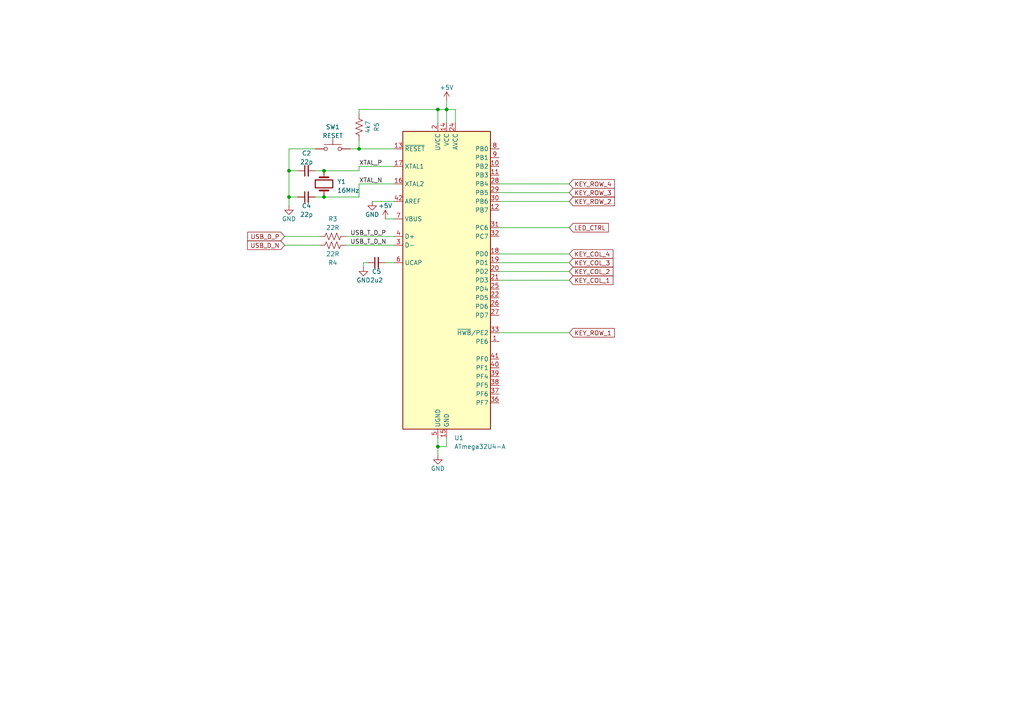
<source format=kicad_sch>
(kicad_sch (version 20250114) (generator "eeschema") (generator_version "9.0")
  (paper "A4")
  (lib_symbols
    (symbol "Device:C_Small" (pin_numbers (hide yes)) (pin_names (offset 0.254) (hide yes))
      (property "Reference" "C" (at 0.254 1.778 0))
      (property "Value" "C_Small" (at 0.254 -2.032 0))
      (symbol "C_Small_0_1"
        (polyline (pts (xy -1.524 0.508) (xy 1.524 0.508)) (stroke (width 0.3048)))
        (polyline (pts (xy -1.524 -0.508) (xy 1.524 -0.508)) (stroke (width 0.3302)))
      )
      (symbol "C_Small_1_1"
        (pin passive line (at 0 2.54 270) (length 2.032) (name "~") (number "1"))
        (pin passive line (at 0 -2.54 90) (length 2.032) (name "~") (number "2"))
      )
    )
    (symbol "Device:Crystal" (pin_numbers (hide yes)) (pin_names (offset 1.016) (hide yes))
      (property "Reference" "Y" (at 0 3.81 0))
      (property "Value" "Crystal" (at 0 -3.81 0))
      (symbol "Crystal_0_1"
        (polyline (pts (xy -2.54 0) (xy -1.905 0)))
        (polyline (pts (xy -1.905 -1.27) (xy -1.905 1.27)) (stroke (width 0.508)))
        (rectangle (start -1.143 2.54) (end 1.143 -2.54) (stroke (width 0.3048)))
        (polyline (pts (xy 1.905 -1.27) (xy 1.905 1.27)) (stroke (width 0.508)))
        (polyline (pts (xy 2.54 0) (xy 1.905 0)))
      )
      (symbol "Crystal_1_1"
        (pin passive line (at -3.81 0 0) (length 1.27) (name "1") (number "1"))
        (pin passive line (at 3.81 0 180) (length 1.27) (name "2") (number "2"))
      )
    )
    (symbol "Device:R_US" (pin_numbers (hide yes)) (pin_names (offset 0))
      (property "Reference" "R" (at 2.54 0 90))
      (property "Value" "R_US" (at -2.54 0 90))
      (symbol "R_US_0_1"
        (polyline (pts (xy 0 2.286) (xy 0 2.54)))
        (polyline (pts (xy 0 2.286) (xy 1.016 1.905) (xy 0 1.524) (xy -1.016 1.143) (xy 0 0.762)))
        (polyline (pts (xy 0 0.762) (xy 1.016 0.381) (xy 0 0) (xy -1.016 -0.381) (xy 0 -0.762)))
        (polyline (pts (xy 0 -0.762) (xy 1.016 -1.143) (xy 0 -1.524) (xy -1.016 -1.905) (xy 0 -2.286)))
        (polyline (pts (xy 0 -2.286) (xy 0 -2.54)))
      )
      (symbol "R_US_1_1"
        (pin passive line (at 0 3.81 270) (length 1.27) (name "~") (number "1"))
        (pin passive line (at 0 -3.81 90) (length 1.27) (name "~") (number "2"))
      )
    )
    (symbol "MCU_Microchip_ATmega:ATmega32U4-A"
      (property "Reference" "U" (at -12.7 44.45 0))
      (property "Value" "ATmega32U4-A" (at 2.54 -44.45 0))
      (symbol "ATmega32U4-A_0_1"
        (rectangle (start -12.7 -43.18) (end 12.7 43.18) (stroke (width 0.254)) (fill (type background)))
      )
      (symbol "ATmega32U4-A_1_1"
        (pin input line (at -15.24 38.1 0) (length 2.54) (name "~{RESET}") (number "13"))
        (pin input line (at -15.24 33.02 0) (length 2.54) (name "XTAL1") (number "17"))
        (pin output line (at -15.24 27.94 0) (length 2.54) (name "XTAL2") (number "16"))
        (pin passive line (at -15.24 22.86 0) (length 2.54) (name "AREF") (number "42"))
        (pin input line (at -15.24 17.78 0) (length 2.54) (name "VBUS") (number "7"))
        (pin bidirectional line (at -15.24 12.7 0) (length 2.54) (name "D+") (number "4"))
        (pin bidirectional line (at -15.24 10.16 0) (length 2.54) (name "D-") (number "3"))
        (pin passive line (at -15.24 5.08 0) (length 2.54) (name "UCAP") (number "6"))
        (pin power_in line (at -2.54 45.72 270) (length 2.54) (name "UVCC") (number "2"))
        (pin passive line (at -2.54 -45.72 90) (length 2.54) (name "UGND") (number "5"))
        (pin power_in line (at 0 45.72 270) (length 2.54) (name "VCC") (number "14"))
        (pin passive line (at 0 45.72 270) (length 2.54) (hide yes) (name "VCC") (number "34"))
        (pin power_in line (at 0 -45.72 90) (length 2.54) (name "GND") (number "15"))
        (pin passive line (at 0 -45.72 90) (length 2.54) (hide yes) (name "GND") (number "23"))
        (pin passive line (at 0 -45.72 90) (length 2.54) (hide yes) (name "GND") (number "35"))
        (pin passive line (at 0 -45.72 90) (length 2.54) (hide yes) (name "GND") (number "43"))
        (pin power_in line (at 2.54 45.72 270) (length 2.54) (name "AVCC") (number "24"))
        (pin passive line (at 2.54 45.72 270) (length 2.54) (hide yes) (name "AVCC") (number "44"))
        (pin bidirectional line (at 15.24 38.1 180) (length 2.54) (name "PB0") (number "8"))
        (pin bidirectional line (at 15.24 35.56 180) (length 2.54) (name "PB1") (number "9"))
        (pin bidirectional line (at 15.24 33.02 180) (length 2.54) (name "PB2") (number "10"))
        (pin bidirectional line (at 15.24 30.48 180) (length 2.54) (name "PB3") (number "11"))
        (pin bidirectional line (at 15.24 27.94 180) (length 2.54) (name "PB4") (number "28"))
        (pin bidirectional line (at 15.24 25.4 180) (length 2.54) (name "PB5") (number "29"))
        (pin bidirectional line (at 15.24 22.86 180) (length 2.54) (name "PB6") (number "30"))
        (pin bidirectional line (at 15.24 20.32 180) (length 2.54) (name "PB7") (number "12"))
        (pin bidirectional line (at 15.24 15.24 180) (length 2.54) (name "PC6") (number "31"))
        (pin bidirectional line (at 15.24 12.7 180) (length 2.54) (name "PC7") (number "32"))
        (pin bidirectional line (at 15.24 7.62 180) (length 2.54) (name "PD0") (number "18"))
        (pin bidirectional line (at 15.24 5.08 180) (length 2.54) (name "PD1") (number "19"))
        (pin bidirectional line (at 15.24 2.54 180) (length 2.54) (name "PD2") (number "20"))
        (pin bidirectional line (at 15.24 0 180) (length 2.54) (name "PD3") (number "21"))
        (pin bidirectional line (at 15.24 -2.54 180) (length 2.54) (name "PD4") (number "25"))
        (pin bidirectional line (at 15.24 -5.08 180) (length 2.54) (name "PD5") (number "22"))
        (pin bidirectional line (at 15.24 -7.62 180) (length 2.54) (name "PD6") (number "26"))
        (pin bidirectional line (at 15.24 -10.16 180) (length 2.54) (name "PD7") (number "27"))
        (pin bidirectional line (at 15.24 -15.24 180) (length 2.54) (name "~{HWB}/PE2") (number "33"))
        (pin bidirectional line (at 15.24 -17.78 180) (length 2.54) (name "PE6") (number "1"))
        (pin bidirectional line (at 15.24 -22.86 180) (length 2.54) (name "PF0") (number "41"))
        (pin bidirectional line (at 15.24 -25.4 180) (length 2.54) (name "PF1") (number "40"))
        (pin bidirectional line (at 15.24 -27.94 180) (length 2.54) (name "PF4") (number "39"))
        (pin bidirectional line (at 15.24 -30.48 180) (length 2.54) (name "PF5") (number "38"))
        (pin bidirectional line (at 15.24 -33.02 180) (length 2.54) (name "PF6") (number "37"))
        (pin bidirectional line (at 15.24 -35.56 180) (length 2.54) (name "PF7") (number "36"))
      )
    )
    (symbol "Switch:SW_Push" (pin_numbers (hide yes)) (pin_names (offset 1.016) (hide yes))
      (property "Reference" "SW" (at 1.27 2.54 0))
      (property "Value" "SW_Push" (at 0 -1.524 0))
      (symbol "SW_Push_0_1"
        (circle (center -2.032 0) (radius 0.508))
        (polyline (pts (xy 0 1.27) (xy 0 3.048)))
        (circle (center 2.032 0) (radius 0.508))
        (polyline (pts (xy 2.54 1.27) (xy -2.54 1.27)))
        (pin passive line (at -5.08 0 0) (length 2.54) (name "1") (number "1"))
        (pin passive line (at 5.08 0 180) (length 2.54) (name "2") (number "2"))
      )
    )
    (symbol "power:+5V" (power) (pin_names (offset 0))
      (property "Value" "+5V" (at 0 3.556 0))
      (symbol "+5V_0_1"
        (polyline (pts (xy -0.762 1.27) (xy 0 2.54)))
        (polyline (pts (xy 0 2.54) (xy 0.762 1.27)))
        (polyline (pts (xy 0 0) (xy 0 2.54)))
      )
      (symbol "+5V_1_1"
        (pin power_in line (at 0 0 90) (length 0) (hide yes) (name "+5V") (number "1"))
      )
    )
    (symbol "power:GND" (power) (pin_names (offset 0))
      (property "Value" "GND" (at 0 -3.81 0))
      (symbol "GND_0_1"
        (polyline (pts (xy 0 0) (xy 0 -1.27) (xy 1.27 -1.27) (xy 0 -2.54) (xy -1.27 -1.27) (xy 0 -1.27)))
      )
      (symbol "GND_1_1"
        (pin power_in line (at 0 0 270) (length 0) (hide yes) (name "GND") (number "1"))
      )
    )
  )
  (junction (at 93.98 57.15))
  (junction (at 127 129.54))
  (junction (at 129.54 31.75))
  (junction (at 83.82 57.15))
  (junction (at 104.14 43.18))
  (junction (at 83.82 49.53))
  (junction (at 127 31.75))
  (junction (at 93.98 49.53))
  (wire (pts (xy 82.55 68.58) (xy 92.71 68.58)))
  (wire (pts (xy 83.82 43.18) (xy 91.44 43.18)))
  (wire (pts (xy 107.95 58.42) (xy 114.3 58.42)))
  (wire (pts (xy 144.78 58.42) (xy 165.1 58.42)))
  (wire (pts (xy 100.33 71.12) (xy 114.3 71.12)))
  (wire (pts (xy 104.14 33.02) (xy 104.14 31.75)))
  (wire (pts (xy 144.78 76.2) (xy 165.1 76.2)))
  (wire (pts (xy 93.98 57.15) (xy 104.14 57.15)))
  (wire (pts (xy 144.78 55.88) (xy 165.1 55.88)))
  (wire (pts (xy 91.44 49.53) (xy 93.98 49.53)))
  (wire (pts (xy 144.78 78.74) (xy 165.1 78.74)))
  (wire (pts (xy 127 127) (xy 127 129.54)))
  (wire (pts (xy 83.82 43.18) (xy 83.82 49.53)))
  (wire (pts (xy 111.76 63.5) (xy 114.3 63.5)))
  (wire (pts (xy 104.14 53.34) (xy 114.3 53.34)))
  (wire (pts (xy 144.78 73.66) (xy 165.1 73.66)))
  (wire (pts (xy 104.14 48.26) (xy 114.3 48.26)))
  (wire (pts (xy 100.33 68.58) (xy 114.3 68.58)))
  (wire (pts (xy 111.76 76.2) (xy 114.3 76.2)))
  (wire (pts (xy 91.44 57.15) (xy 93.98 57.15)))
  (wire (pts (xy 144.78 53.34) (xy 165.1 53.34)))
  (wire (pts (xy 127 31.75) (xy 127 35.56)))
  (wire (pts (xy 83.82 59.69) (xy 83.82 57.15)))
  (wire (pts (xy 129.54 127) (xy 129.54 129.54)))
  (wire (pts (xy 82.55 71.12) (xy 92.71 71.12)))
  (wire (pts (xy 144.78 81.28) (xy 165.1 81.28)))
  (wire (pts (xy 101.6 43.18) (xy 104.14 43.18)))
  (wire (pts (xy 83.82 57.15) (xy 86.36 57.15)))
  (wire (pts (xy 104.14 43.18) (xy 114.3 43.18)))
  (wire (pts (xy 129.54 31.75) (xy 127 31.75)))
  (wire (pts (xy 132.08 31.75) (xy 129.54 31.75)))
  (wire (pts (xy 127 129.54) (xy 127 132.08)))
  (wire (pts (xy 104.14 53.34) (xy 104.14 57.15)))
  (wire (pts (xy 144.78 66.04) (xy 165.1 66.04)))
  (wire (pts (xy 83.82 57.15) (xy 83.82 49.53)))
  (wire (pts (xy 132.08 35.56) (xy 132.08 31.75)))
  (wire (pts (xy 93.98 49.53) (xy 104.14 49.53)))
  (wire (pts (xy 106.68 76.2) (xy 105.41 76.2)))
  (wire (pts (xy 129.54 29.21) (xy 129.54 31.75)))
  (wire (pts (xy 129.54 35.56) (xy 129.54 31.75)))
  (wire (pts (xy 104.14 40.64) (xy 104.14 43.18)))
  (wire (pts (xy 127 129.54) (xy 129.54 129.54)))
  (wire (pts (xy 104.14 49.53) (xy 104.14 48.26)))
  (wire (pts (xy 105.41 76.2) (xy 105.41 77.47)))
  (wire (pts (xy 144.78 96.52) (xy 165.1 96.52)))
  (wire (pts (xy 104.14 31.75) (xy 127 31.75)))
  (wire (pts (xy 83.82 49.53) (xy 86.36 49.53)))
  (label "USB_T_D_N" (at 101.6 71.12 0))
  (label "USB_T_D_P" (at 101.6 68.58 0))
  (label "XTAL_P" (at 104.14 48.26 0))
  (label "XTAL_N" (at 104.14 53.34 0))
  (global_label "KEY_COL_3" (shape input) (at 165.1 76.2 0) (property "Intersheetrefs" "${INTERSHEET_REFS}" (effects (hide yes))))
  (global_label "KEY_ROW_4" (shape input) (at 165.1 53.34 0) (property "Intersheetrefs" "${INTERSHEET_REFS}" (effects (hide yes))))
  (global_label "LED_CTRL" (shape input) (at 165.1 66.04 0) (property "Intersheetrefs" "${INTERSHEET_REFS}" (effects (hide yes))))
  (global_label "USB_D_N" (shape input) (at 82.55 71.12 180) (property "Intersheetrefs" "${INTERSHEET_REFS}" (effects (hide yes))))
  (global_label "KEY_COL_4" (shape input) (at 165.1 73.66 0) (property "Intersheetrefs" "${INTERSHEET_REFS}" (effects (hide yes))))
  (global_label "KEY_COL_1" (shape input) (at 165.1 81.28 0) (property "Intersheetrefs" "${INTERSHEET_REFS}" (effects (hide yes))))
  (global_label "USB_D_P" (shape input) (at 82.55 68.58 180) (property "Intersheetrefs" "${INTERSHEET_REFS}" (effects (hide yes))))
  (global_label "KEY_COL_2" (shape input) (at 165.1 78.74 0) (property "Intersheetrefs" "${INTERSHEET_REFS}" (effects (hide yes))))
  (global_label "KEY_ROW_2" (shape input) (at 165.1 58.42 0) (property "Intersheetrefs" "${INTERSHEET_REFS}" (effects (hide yes))))
  (global_label "KEY_ROW_3" (shape input) (at 165.1 55.88 0) (property "Intersheetrefs" "${INTERSHEET_REFS}" (effects (hide yes))))
  (global_label "KEY_ROW_1" (shape input) (at 165.1 96.52 0) (property "Intersheetrefs" "${INTERSHEET_REFS}" (effects (hide yes))))
  (symbol (lib_id "Device:C_Small") (at 88.9 49.53 90) (unit 1)
    (property "Reference" "C2" (at 88.9063 44.45 90))
    (property "Value" "22p" (at 88.9063 46.99 90))
    (property "Footprint" "Capacitor_SMD:C_1206_3216Metric_Pad1.33x1.80mm_HandSolder" (effects (hide yes)))
  )
  (symbol (lib_id "MCU_Microchip_ATmega:ATmega32U4-A") (at 129.54 81.28 0) (unit 1)
    (property "Reference" "U1" (at 131.7341 127 0) (effects (justify left)))
    (property "Value" "ATmega32U4-A" (at 131.7341 129.54 0) (effects (justify left)))
    (property "Footprint" "Package_QFP:TQFP-44_10x10mm_P0.8mm" (effects (hide yes)))
    (property "Datasheet" "http://ww1.microchip.com/downloads/en/DeviceDoc/Atmel-7766-8-bit-AVR-ATmega16U4-32U4_Datasheet.pdf" (effects (hide yes)))
    (property "Description" "16MHz, 32kB Flash, 2.5kB SRAM, 1kB EEPROM, USB 2.0, TQFP-44" (effects (hide yes)))
  )
  (symbol (lib_id "Device:R_US") (at 96.52 68.58 90) (unit 1)
    (property "Reference" "R3" (at 96.52 63.5 90))
    (property "Value" "22R" (at 96.52 66.04 90))
    (property "Footprint" "Resistor_SMD:R_1206_3216Metric_Pad1.30x1.75mm_HandSolder" (effects (hide yes)))
  )
  (symbol (lib_id "power:GND") (at 127 132.08 0) (unit 1)
    (property "Reference" "#PWR07" (effects (hide yes)))
    (property "Value" "GND" (at 127 135.89 0))
  )
  (symbol (lib_id "power:GND") (at 107.95 58.42 0) (unit 1)
    (property "Reference" "#PWR08" (effects (hide yes)))
    (property "Value" "GND" (at 107.95 62.23 0))
  )
  (symbol (lib_id "Device:C_Small") (at 109.22 76.2 90) (unit 1)
    (property "Reference" "C5" (at 109.22 78.74 90))
    (property "Value" "2u2" (at 109.22 81.28 90))
    (property "Footprint" "Capacitor_SMD:C_1206_3216Metric_Pad1.33x1.80mm_HandSolder" (effects (hide yes)))
  )
  (symbol (lib_id "power:+5V") (at 129.54 29.21 0) (unit 1)
    (property "Reference" "#PWR06" (effects (hide yes)))
    (property "Value" "+5V" (at 129.54 25.4 0))
  )
  (symbol (lib_id "power:+5V") (at 111.76 63.5 0) (unit 1)
    (property "Reference" "#PWR09" (effects (hide yes)))
    (property "Value" "+5V" (at 111.76 59.69 0))
  )
  (symbol (lib_id "power:GND") (at 83.82 59.69 0) (unit 1)
    (property "Reference" "#PWR04" (effects (hide yes)))
    (property "Value" "GND" (at 83.82 63.5 0))
  )
  (symbol (lib_id "Device:R_US") (at 104.14 36.83 0) (unit 1)
    (property "Reference" "R5" (at 109.22 36.83 90))
    (property "Value" "4k7" (at 106.68 36.83 90))
    (property "Footprint" "Resistor_SMD:R_1206_3216Metric_Pad1.30x1.75mm_HandSolder" (effects (hide yes)))
  )
  (symbol (lib_id "power:GND") (at 105.41 77.47 0) (unit 1)
    (property "Reference" "#PWR010" (effects (hide yes)))
    (property "Value" "GND" (at 105.41 81.28 0))
  )
  (symbol (lib_id "Device:C_Small") (at 88.9 57.15 90) (unit 1)
    (property "Reference" "C4" (at 88.9 59.69 90))
    (property "Value" "22p" (at 88.9 62.23 90))
    (property "Footprint" "Capacitor_SMD:C_1206_3216Metric_Pad1.33x1.80mm_HandSolder" (effects (hide yes)))
  )
  (symbol (lib_id "Switch:SW_Push") (at 96.52 43.18 0) (unit 1)
    (property "Reference" "SW1" (at 96.52 36.83 0))
    (property "Value" "RESET" (at 96.52 39.37 0))
    (property "Footprint" "Button_Switch_SMD:SW_SPST_B3S-1000" (effects (hide yes)))
  )
  (symbol (lib_id "Device:Crystal") (at 93.98 53.34 270) (unit 1)
    (property "Reference" "Y1" (at 97.79 52.705 90) (effects (justify left)))
    (property "Value" "16MHz" (at 97.79 55.245 90) (effects (justify left)))
    (property "Footprint" "Crystal:Crystal_SMD_3215-2Pin_3.2x1.5mm" (effects (hide yes)))
  )
  (symbol (lib_id "Device:R_US") (at 96.52 71.12 90) (unit 1)
    (property "Reference" "R4" (at 96.52 76.2 90))
    (property "Value" "22R" (at 96.52 73.66 90))
    (property "Footprint" "Resistor_SMD:R_1206_3216Metric_Pad1.30x1.75mm_HandSolder" (effects (hide yes)))
  )
)
</source>
